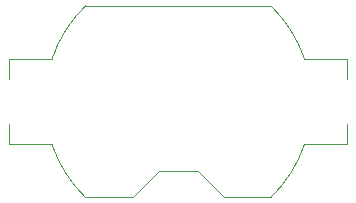
<source format=gbr>
%TF.GenerationSoftware,KiCad,Pcbnew,9.0.3*%
%TF.CreationDate,2025-09-02T22:18:53+02:00*%
%TF.ProjectId,digital_organ,64696769-7461-46c5-9f6f-7267616e2e6b,0*%
%TF.SameCoordinates,Original*%
%TF.FileFunction,Legend,Bot*%
%TF.FilePolarity,Positive*%
%FSLAX46Y46*%
G04 Gerber Fmt 4.6, Leading zero omitted, Abs format (unit mm)*
G04 Created by KiCad (PCBNEW 9.0.3) date 2025-09-02 22:18:53*
%MOMM*%
%LPD*%
G01*
G04 APERTURE LIST*
%ADD10C,0.120000*%
G04 APERTURE END LIST*
D10*
%TO.C,BT1*%
X171310000Y-83390000D02*
X167692000Y-83390000D01*
X171310000Y-85100000D02*
X171310000Y-83390000D01*
X171310000Y-88900000D02*
X171310000Y-90610000D01*
X167692000Y-90610000D02*
X171310000Y-90610000D01*
X164847300Y-78890000D02*
X149152700Y-78890000D01*
X160860000Y-95110000D02*
X164847300Y-95110000D01*
X158660000Y-92910000D02*
X160860000Y-95110000D01*
X155340000Y-92910000D02*
X158660000Y-92910000D01*
X155340000Y-92910000D02*
X153140000Y-95110000D01*
X149152700Y-95110000D02*
X153140000Y-95110000D01*
X146308000Y-83390000D02*
X142690000Y-83390000D01*
X142690000Y-85100000D02*
X142690000Y-83390000D01*
X142690000Y-88900000D02*
X142690000Y-90610000D01*
X142690000Y-90610000D02*
X146308000Y-90610000D01*
X164845371Y-78888211D02*
G75*
G02*
X167691999Y-83390000I-7845391J-8111799D01*
G01*
X167692000Y-90610000D02*
G75*
G02*
X164845371Y-95111789I-10691995J3609996D01*
G01*
X146308000Y-83390000D02*
G75*
G02*
X149154629Y-78888211I10692000J-3610000D01*
G01*
X149154629Y-95111789D02*
G75*
G02*
X146308000Y-90610000I7845391J8111801D01*
G01*
%TD*%
M02*

</source>
